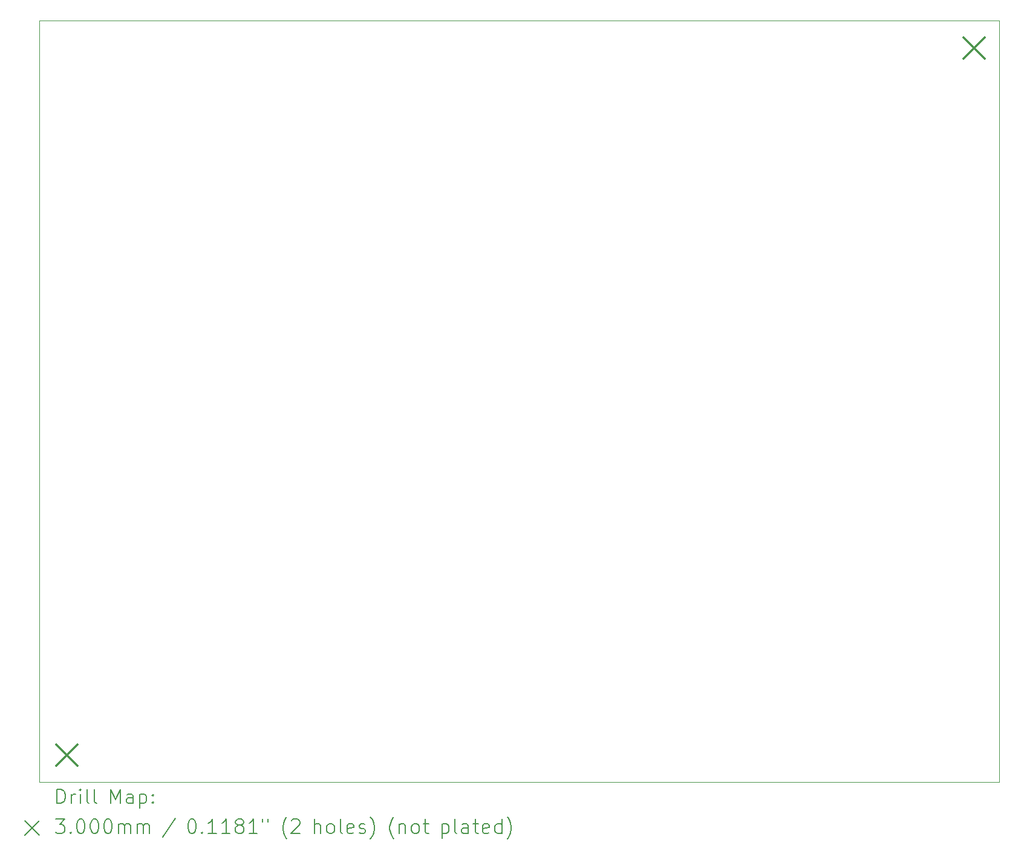
<source format=gbr>
%TF.GenerationSoftware,KiCad,Pcbnew,(7.0.0)*%
%TF.CreationDate,2023-07-06T12:34:01-04:00*%
%TF.ProjectId,led-controller,6c65642d-636f-46e7-9472-6f6c6c65722e,rev?*%
%TF.SameCoordinates,Original*%
%TF.FileFunction,Drillmap*%
%TF.FilePolarity,Positive*%
%FSLAX45Y45*%
G04 Gerber Fmt 4.5, Leading zero omitted, Abs format (unit mm)*
G04 Created by KiCad (PCBNEW (7.0.0)) date 2023-07-06 12:34:01*
%MOMM*%
%LPD*%
G01*
G04 APERTURE LIST*
%ADD10C,0.050000*%
%ADD11C,0.200000*%
%ADD12C,0.300000*%
G04 APERTURE END LIST*
D10*
X16865600Y-14732000D02*
X16865600Y-4064000D01*
X3429000Y-14732000D02*
X16865600Y-14732000D01*
X16865600Y-4064000D02*
X3429000Y-4064000D01*
X3429000Y-4064000D02*
X3429000Y-14732000D01*
D11*
D12*
X3660000Y-14201000D02*
X3960000Y-14501000D01*
X3960000Y-14201000D02*
X3660000Y-14501000D01*
X16360000Y-4295000D02*
X16660000Y-4595000D01*
X16660000Y-4295000D02*
X16360000Y-4595000D01*
D11*
X3674119Y-15027976D02*
X3674119Y-14827976D01*
X3674119Y-14827976D02*
X3721738Y-14827976D01*
X3721738Y-14827976D02*
X3750309Y-14837500D01*
X3750309Y-14837500D02*
X3769357Y-14856548D01*
X3769357Y-14856548D02*
X3778881Y-14875595D01*
X3778881Y-14875595D02*
X3788405Y-14913690D01*
X3788405Y-14913690D02*
X3788405Y-14942262D01*
X3788405Y-14942262D02*
X3778881Y-14980357D01*
X3778881Y-14980357D02*
X3769357Y-14999405D01*
X3769357Y-14999405D02*
X3750309Y-15018452D01*
X3750309Y-15018452D02*
X3721738Y-15027976D01*
X3721738Y-15027976D02*
X3674119Y-15027976D01*
X3874119Y-15027976D02*
X3874119Y-14894643D01*
X3874119Y-14932738D02*
X3883643Y-14913690D01*
X3883643Y-14913690D02*
X3893167Y-14904167D01*
X3893167Y-14904167D02*
X3912214Y-14894643D01*
X3912214Y-14894643D02*
X3931262Y-14894643D01*
X3997928Y-15027976D02*
X3997928Y-14894643D01*
X3997928Y-14827976D02*
X3988405Y-14837500D01*
X3988405Y-14837500D02*
X3997928Y-14847024D01*
X3997928Y-14847024D02*
X4007452Y-14837500D01*
X4007452Y-14837500D02*
X3997928Y-14827976D01*
X3997928Y-14827976D02*
X3997928Y-14847024D01*
X4121738Y-15027976D02*
X4102690Y-15018452D01*
X4102690Y-15018452D02*
X4093167Y-14999405D01*
X4093167Y-14999405D02*
X4093167Y-14827976D01*
X4226500Y-15027976D02*
X4207452Y-15018452D01*
X4207452Y-15018452D02*
X4197929Y-14999405D01*
X4197929Y-14999405D02*
X4197929Y-14827976D01*
X4422690Y-15027976D02*
X4422690Y-14827976D01*
X4422690Y-14827976D02*
X4489357Y-14970833D01*
X4489357Y-14970833D02*
X4556024Y-14827976D01*
X4556024Y-14827976D02*
X4556024Y-15027976D01*
X4736976Y-15027976D02*
X4736976Y-14923214D01*
X4736976Y-14923214D02*
X4727452Y-14904167D01*
X4727452Y-14904167D02*
X4708405Y-14894643D01*
X4708405Y-14894643D02*
X4670309Y-14894643D01*
X4670309Y-14894643D02*
X4651262Y-14904167D01*
X4736976Y-15018452D02*
X4717929Y-15027976D01*
X4717929Y-15027976D02*
X4670309Y-15027976D01*
X4670309Y-15027976D02*
X4651262Y-15018452D01*
X4651262Y-15018452D02*
X4641738Y-14999405D01*
X4641738Y-14999405D02*
X4641738Y-14980357D01*
X4641738Y-14980357D02*
X4651262Y-14961309D01*
X4651262Y-14961309D02*
X4670309Y-14951786D01*
X4670309Y-14951786D02*
X4717929Y-14951786D01*
X4717929Y-14951786D02*
X4736976Y-14942262D01*
X4832214Y-14894643D02*
X4832214Y-15094643D01*
X4832214Y-14904167D02*
X4851262Y-14894643D01*
X4851262Y-14894643D02*
X4889357Y-14894643D01*
X4889357Y-14894643D02*
X4908405Y-14904167D01*
X4908405Y-14904167D02*
X4917929Y-14913690D01*
X4917929Y-14913690D02*
X4927452Y-14932738D01*
X4927452Y-14932738D02*
X4927452Y-14989881D01*
X4927452Y-14989881D02*
X4917929Y-15008928D01*
X4917929Y-15008928D02*
X4908405Y-15018452D01*
X4908405Y-15018452D02*
X4889357Y-15027976D01*
X4889357Y-15027976D02*
X4851262Y-15027976D01*
X4851262Y-15027976D02*
X4832214Y-15018452D01*
X5013167Y-15008928D02*
X5022690Y-15018452D01*
X5022690Y-15018452D02*
X5013167Y-15027976D01*
X5013167Y-15027976D02*
X5003643Y-15018452D01*
X5003643Y-15018452D02*
X5013167Y-15008928D01*
X5013167Y-15008928D02*
X5013167Y-15027976D01*
X5013167Y-14904167D02*
X5022690Y-14913690D01*
X5022690Y-14913690D02*
X5013167Y-14923214D01*
X5013167Y-14923214D02*
X5003643Y-14913690D01*
X5003643Y-14913690D02*
X5013167Y-14904167D01*
X5013167Y-14904167D02*
X5013167Y-14923214D01*
X3226500Y-15274500D02*
X3426500Y-15474500D01*
X3426500Y-15274500D02*
X3226500Y-15474500D01*
X3655071Y-15247976D02*
X3778881Y-15247976D01*
X3778881Y-15247976D02*
X3712214Y-15324167D01*
X3712214Y-15324167D02*
X3740786Y-15324167D01*
X3740786Y-15324167D02*
X3759833Y-15333690D01*
X3759833Y-15333690D02*
X3769357Y-15343214D01*
X3769357Y-15343214D02*
X3778881Y-15362262D01*
X3778881Y-15362262D02*
X3778881Y-15409881D01*
X3778881Y-15409881D02*
X3769357Y-15428928D01*
X3769357Y-15428928D02*
X3759833Y-15438452D01*
X3759833Y-15438452D02*
X3740786Y-15447976D01*
X3740786Y-15447976D02*
X3683643Y-15447976D01*
X3683643Y-15447976D02*
X3664595Y-15438452D01*
X3664595Y-15438452D02*
X3655071Y-15428928D01*
X3864595Y-15428928D02*
X3874119Y-15438452D01*
X3874119Y-15438452D02*
X3864595Y-15447976D01*
X3864595Y-15447976D02*
X3855071Y-15438452D01*
X3855071Y-15438452D02*
X3864595Y-15428928D01*
X3864595Y-15428928D02*
X3864595Y-15447976D01*
X3997928Y-15247976D02*
X4016976Y-15247976D01*
X4016976Y-15247976D02*
X4036024Y-15257500D01*
X4036024Y-15257500D02*
X4045548Y-15267024D01*
X4045548Y-15267024D02*
X4055071Y-15286071D01*
X4055071Y-15286071D02*
X4064595Y-15324167D01*
X4064595Y-15324167D02*
X4064595Y-15371786D01*
X4064595Y-15371786D02*
X4055071Y-15409881D01*
X4055071Y-15409881D02*
X4045548Y-15428928D01*
X4045548Y-15428928D02*
X4036024Y-15438452D01*
X4036024Y-15438452D02*
X4016976Y-15447976D01*
X4016976Y-15447976D02*
X3997928Y-15447976D01*
X3997928Y-15447976D02*
X3978881Y-15438452D01*
X3978881Y-15438452D02*
X3969357Y-15428928D01*
X3969357Y-15428928D02*
X3959833Y-15409881D01*
X3959833Y-15409881D02*
X3950309Y-15371786D01*
X3950309Y-15371786D02*
X3950309Y-15324167D01*
X3950309Y-15324167D02*
X3959833Y-15286071D01*
X3959833Y-15286071D02*
X3969357Y-15267024D01*
X3969357Y-15267024D02*
X3978881Y-15257500D01*
X3978881Y-15257500D02*
X3997928Y-15247976D01*
X4188405Y-15247976D02*
X4207452Y-15247976D01*
X4207452Y-15247976D02*
X4226500Y-15257500D01*
X4226500Y-15257500D02*
X4236024Y-15267024D01*
X4236024Y-15267024D02*
X4245548Y-15286071D01*
X4245548Y-15286071D02*
X4255071Y-15324167D01*
X4255071Y-15324167D02*
X4255071Y-15371786D01*
X4255071Y-15371786D02*
X4245548Y-15409881D01*
X4245548Y-15409881D02*
X4236024Y-15428928D01*
X4236024Y-15428928D02*
X4226500Y-15438452D01*
X4226500Y-15438452D02*
X4207452Y-15447976D01*
X4207452Y-15447976D02*
X4188405Y-15447976D01*
X4188405Y-15447976D02*
X4169357Y-15438452D01*
X4169357Y-15438452D02*
X4159833Y-15428928D01*
X4159833Y-15428928D02*
X4150309Y-15409881D01*
X4150309Y-15409881D02*
X4140786Y-15371786D01*
X4140786Y-15371786D02*
X4140786Y-15324167D01*
X4140786Y-15324167D02*
X4150309Y-15286071D01*
X4150309Y-15286071D02*
X4159833Y-15267024D01*
X4159833Y-15267024D02*
X4169357Y-15257500D01*
X4169357Y-15257500D02*
X4188405Y-15247976D01*
X4378881Y-15247976D02*
X4397929Y-15247976D01*
X4397929Y-15247976D02*
X4416976Y-15257500D01*
X4416976Y-15257500D02*
X4426500Y-15267024D01*
X4426500Y-15267024D02*
X4436024Y-15286071D01*
X4436024Y-15286071D02*
X4445548Y-15324167D01*
X4445548Y-15324167D02*
X4445548Y-15371786D01*
X4445548Y-15371786D02*
X4436024Y-15409881D01*
X4436024Y-15409881D02*
X4426500Y-15428928D01*
X4426500Y-15428928D02*
X4416976Y-15438452D01*
X4416976Y-15438452D02*
X4397929Y-15447976D01*
X4397929Y-15447976D02*
X4378881Y-15447976D01*
X4378881Y-15447976D02*
X4359833Y-15438452D01*
X4359833Y-15438452D02*
X4350310Y-15428928D01*
X4350310Y-15428928D02*
X4340786Y-15409881D01*
X4340786Y-15409881D02*
X4331262Y-15371786D01*
X4331262Y-15371786D02*
X4331262Y-15324167D01*
X4331262Y-15324167D02*
X4340786Y-15286071D01*
X4340786Y-15286071D02*
X4350310Y-15267024D01*
X4350310Y-15267024D02*
X4359833Y-15257500D01*
X4359833Y-15257500D02*
X4378881Y-15247976D01*
X4531262Y-15447976D02*
X4531262Y-15314643D01*
X4531262Y-15333690D02*
X4540786Y-15324167D01*
X4540786Y-15324167D02*
X4559833Y-15314643D01*
X4559833Y-15314643D02*
X4588405Y-15314643D01*
X4588405Y-15314643D02*
X4607452Y-15324167D01*
X4607452Y-15324167D02*
X4616976Y-15343214D01*
X4616976Y-15343214D02*
X4616976Y-15447976D01*
X4616976Y-15343214D02*
X4626500Y-15324167D01*
X4626500Y-15324167D02*
X4645548Y-15314643D01*
X4645548Y-15314643D02*
X4674119Y-15314643D01*
X4674119Y-15314643D02*
X4693167Y-15324167D01*
X4693167Y-15324167D02*
X4702691Y-15343214D01*
X4702691Y-15343214D02*
X4702691Y-15447976D01*
X4797929Y-15447976D02*
X4797929Y-15314643D01*
X4797929Y-15333690D02*
X4807452Y-15324167D01*
X4807452Y-15324167D02*
X4826500Y-15314643D01*
X4826500Y-15314643D02*
X4855072Y-15314643D01*
X4855072Y-15314643D02*
X4874119Y-15324167D01*
X4874119Y-15324167D02*
X4883643Y-15343214D01*
X4883643Y-15343214D02*
X4883643Y-15447976D01*
X4883643Y-15343214D02*
X4893167Y-15324167D01*
X4893167Y-15324167D02*
X4912214Y-15314643D01*
X4912214Y-15314643D02*
X4940786Y-15314643D01*
X4940786Y-15314643D02*
X4959833Y-15324167D01*
X4959833Y-15324167D02*
X4969357Y-15343214D01*
X4969357Y-15343214D02*
X4969357Y-15447976D01*
X5327452Y-15238452D02*
X5156024Y-15495595D01*
X5552214Y-15247976D02*
X5571262Y-15247976D01*
X5571262Y-15247976D02*
X5590310Y-15257500D01*
X5590310Y-15257500D02*
X5599833Y-15267024D01*
X5599833Y-15267024D02*
X5609357Y-15286071D01*
X5609357Y-15286071D02*
X5618881Y-15324167D01*
X5618881Y-15324167D02*
X5618881Y-15371786D01*
X5618881Y-15371786D02*
X5609357Y-15409881D01*
X5609357Y-15409881D02*
X5599833Y-15428928D01*
X5599833Y-15428928D02*
X5590310Y-15438452D01*
X5590310Y-15438452D02*
X5571262Y-15447976D01*
X5571262Y-15447976D02*
X5552214Y-15447976D01*
X5552214Y-15447976D02*
X5533167Y-15438452D01*
X5533167Y-15438452D02*
X5523643Y-15428928D01*
X5523643Y-15428928D02*
X5514119Y-15409881D01*
X5514119Y-15409881D02*
X5504595Y-15371786D01*
X5504595Y-15371786D02*
X5504595Y-15324167D01*
X5504595Y-15324167D02*
X5514119Y-15286071D01*
X5514119Y-15286071D02*
X5523643Y-15267024D01*
X5523643Y-15267024D02*
X5533167Y-15257500D01*
X5533167Y-15257500D02*
X5552214Y-15247976D01*
X5704595Y-15428928D02*
X5714119Y-15438452D01*
X5714119Y-15438452D02*
X5704595Y-15447976D01*
X5704595Y-15447976D02*
X5695071Y-15438452D01*
X5695071Y-15438452D02*
X5704595Y-15428928D01*
X5704595Y-15428928D02*
X5704595Y-15447976D01*
X5904595Y-15447976D02*
X5790310Y-15447976D01*
X5847452Y-15447976D02*
X5847452Y-15247976D01*
X5847452Y-15247976D02*
X5828405Y-15276548D01*
X5828405Y-15276548D02*
X5809357Y-15295595D01*
X5809357Y-15295595D02*
X5790310Y-15305119D01*
X6095071Y-15447976D02*
X5980786Y-15447976D01*
X6037929Y-15447976D02*
X6037929Y-15247976D01*
X6037929Y-15247976D02*
X6018881Y-15276548D01*
X6018881Y-15276548D02*
X5999833Y-15295595D01*
X5999833Y-15295595D02*
X5980786Y-15305119D01*
X6209357Y-15333690D02*
X6190310Y-15324167D01*
X6190310Y-15324167D02*
X6180786Y-15314643D01*
X6180786Y-15314643D02*
X6171262Y-15295595D01*
X6171262Y-15295595D02*
X6171262Y-15286071D01*
X6171262Y-15286071D02*
X6180786Y-15267024D01*
X6180786Y-15267024D02*
X6190310Y-15257500D01*
X6190310Y-15257500D02*
X6209357Y-15247976D01*
X6209357Y-15247976D02*
X6247452Y-15247976D01*
X6247452Y-15247976D02*
X6266500Y-15257500D01*
X6266500Y-15257500D02*
X6276024Y-15267024D01*
X6276024Y-15267024D02*
X6285548Y-15286071D01*
X6285548Y-15286071D02*
X6285548Y-15295595D01*
X6285548Y-15295595D02*
X6276024Y-15314643D01*
X6276024Y-15314643D02*
X6266500Y-15324167D01*
X6266500Y-15324167D02*
X6247452Y-15333690D01*
X6247452Y-15333690D02*
X6209357Y-15333690D01*
X6209357Y-15333690D02*
X6190310Y-15343214D01*
X6190310Y-15343214D02*
X6180786Y-15352738D01*
X6180786Y-15352738D02*
X6171262Y-15371786D01*
X6171262Y-15371786D02*
X6171262Y-15409881D01*
X6171262Y-15409881D02*
X6180786Y-15428928D01*
X6180786Y-15428928D02*
X6190310Y-15438452D01*
X6190310Y-15438452D02*
X6209357Y-15447976D01*
X6209357Y-15447976D02*
X6247452Y-15447976D01*
X6247452Y-15447976D02*
X6266500Y-15438452D01*
X6266500Y-15438452D02*
X6276024Y-15428928D01*
X6276024Y-15428928D02*
X6285548Y-15409881D01*
X6285548Y-15409881D02*
X6285548Y-15371786D01*
X6285548Y-15371786D02*
X6276024Y-15352738D01*
X6276024Y-15352738D02*
X6266500Y-15343214D01*
X6266500Y-15343214D02*
X6247452Y-15333690D01*
X6476024Y-15447976D02*
X6361738Y-15447976D01*
X6418881Y-15447976D02*
X6418881Y-15247976D01*
X6418881Y-15247976D02*
X6399833Y-15276548D01*
X6399833Y-15276548D02*
X6380786Y-15295595D01*
X6380786Y-15295595D02*
X6361738Y-15305119D01*
X6552214Y-15247976D02*
X6552214Y-15286071D01*
X6628405Y-15247976D02*
X6628405Y-15286071D01*
X6891262Y-15524167D02*
X6881738Y-15514643D01*
X6881738Y-15514643D02*
X6862691Y-15486071D01*
X6862691Y-15486071D02*
X6853167Y-15467024D01*
X6853167Y-15467024D02*
X6843643Y-15438452D01*
X6843643Y-15438452D02*
X6834119Y-15390833D01*
X6834119Y-15390833D02*
X6834119Y-15352738D01*
X6834119Y-15352738D02*
X6843643Y-15305119D01*
X6843643Y-15305119D02*
X6853167Y-15276548D01*
X6853167Y-15276548D02*
X6862691Y-15257500D01*
X6862691Y-15257500D02*
X6881738Y-15228928D01*
X6881738Y-15228928D02*
X6891262Y-15219405D01*
X6957929Y-15267024D02*
X6967452Y-15257500D01*
X6967452Y-15257500D02*
X6986500Y-15247976D01*
X6986500Y-15247976D02*
X7034119Y-15247976D01*
X7034119Y-15247976D02*
X7053167Y-15257500D01*
X7053167Y-15257500D02*
X7062691Y-15267024D01*
X7062691Y-15267024D02*
X7072214Y-15286071D01*
X7072214Y-15286071D02*
X7072214Y-15305119D01*
X7072214Y-15305119D02*
X7062691Y-15333690D01*
X7062691Y-15333690D02*
X6948405Y-15447976D01*
X6948405Y-15447976D02*
X7072214Y-15447976D01*
X7277929Y-15447976D02*
X7277929Y-15247976D01*
X7363643Y-15447976D02*
X7363643Y-15343214D01*
X7363643Y-15343214D02*
X7354119Y-15324167D01*
X7354119Y-15324167D02*
X7335072Y-15314643D01*
X7335072Y-15314643D02*
X7306500Y-15314643D01*
X7306500Y-15314643D02*
X7287452Y-15324167D01*
X7287452Y-15324167D02*
X7277929Y-15333690D01*
X7487452Y-15447976D02*
X7468405Y-15438452D01*
X7468405Y-15438452D02*
X7458881Y-15428928D01*
X7458881Y-15428928D02*
X7449357Y-15409881D01*
X7449357Y-15409881D02*
X7449357Y-15352738D01*
X7449357Y-15352738D02*
X7458881Y-15333690D01*
X7458881Y-15333690D02*
X7468405Y-15324167D01*
X7468405Y-15324167D02*
X7487452Y-15314643D01*
X7487452Y-15314643D02*
X7516024Y-15314643D01*
X7516024Y-15314643D02*
X7535072Y-15324167D01*
X7535072Y-15324167D02*
X7544595Y-15333690D01*
X7544595Y-15333690D02*
X7554119Y-15352738D01*
X7554119Y-15352738D02*
X7554119Y-15409881D01*
X7554119Y-15409881D02*
X7544595Y-15428928D01*
X7544595Y-15428928D02*
X7535072Y-15438452D01*
X7535072Y-15438452D02*
X7516024Y-15447976D01*
X7516024Y-15447976D02*
X7487452Y-15447976D01*
X7668405Y-15447976D02*
X7649357Y-15438452D01*
X7649357Y-15438452D02*
X7639833Y-15419405D01*
X7639833Y-15419405D02*
X7639833Y-15247976D01*
X7820786Y-15438452D02*
X7801738Y-15447976D01*
X7801738Y-15447976D02*
X7763643Y-15447976D01*
X7763643Y-15447976D02*
X7744595Y-15438452D01*
X7744595Y-15438452D02*
X7735072Y-15419405D01*
X7735072Y-15419405D02*
X7735072Y-15343214D01*
X7735072Y-15343214D02*
X7744595Y-15324167D01*
X7744595Y-15324167D02*
X7763643Y-15314643D01*
X7763643Y-15314643D02*
X7801738Y-15314643D01*
X7801738Y-15314643D02*
X7820786Y-15324167D01*
X7820786Y-15324167D02*
X7830310Y-15343214D01*
X7830310Y-15343214D02*
X7830310Y-15362262D01*
X7830310Y-15362262D02*
X7735072Y-15381309D01*
X7906500Y-15438452D02*
X7925548Y-15447976D01*
X7925548Y-15447976D02*
X7963643Y-15447976D01*
X7963643Y-15447976D02*
X7982691Y-15438452D01*
X7982691Y-15438452D02*
X7992214Y-15419405D01*
X7992214Y-15419405D02*
X7992214Y-15409881D01*
X7992214Y-15409881D02*
X7982691Y-15390833D01*
X7982691Y-15390833D02*
X7963643Y-15381309D01*
X7963643Y-15381309D02*
X7935072Y-15381309D01*
X7935072Y-15381309D02*
X7916024Y-15371786D01*
X7916024Y-15371786D02*
X7906500Y-15352738D01*
X7906500Y-15352738D02*
X7906500Y-15343214D01*
X7906500Y-15343214D02*
X7916024Y-15324167D01*
X7916024Y-15324167D02*
X7935072Y-15314643D01*
X7935072Y-15314643D02*
X7963643Y-15314643D01*
X7963643Y-15314643D02*
X7982691Y-15324167D01*
X8058881Y-15524167D02*
X8068405Y-15514643D01*
X8068405Y-15514643D02*
X8087453Y-15486071D01*
X8087453Y-15486071D02*
X8096976Y-15467024D01*
X8096976Y-15467024D02*
X8106500Y-15438452D01*
X8106500Y-15438452D02*
X8116024Y-15390833D01*
X8116024Y-15390833D02*
X8116024Y-15352738D01*
X8116024Y-15352738D02*
X8106500Y-15305119D01*
X8106500Y-15305119D02*
X8096976Y-15276548D01*
X8096976Y-15276548D02*
X8087453Y-15257500D01*
X8087453Y-15257500D02*
X8068405Y-15228928D01*
X8068405Y-15228928D02*
X8058881Y-15219405D01*
X8388405Y-15524167D02*
X8378881Y-15514643D01*
X8378881Y-15514643D02*
X8359833Y-15486071D01*
X8359833Y-15486071D02*
X8350310Y-15467024D01*
X8350310Y-15467024D02*
X8340786Y-15438452D01*
X8340786Y-15438452D02*
X8331262Y-15390833D01*
X8331262Y-15390833D02*
X8331262Y-15352738D01*
X8331262Y-15352738D02*
X8340786Y-15305119D01*
X8340786Y-15305119D02*
X8350310Y-15276548D01*
X8350310Y-15276548D02*
X8359833Y-15257500D01*
X8359833Y-15257500D02*
X8378881Y-15228928D01*
X8378881Y-15228928D02*
X8388405Y-15219405D01*
X8464595Y-15314643D02*
X8464595Y-15447976D01*
X8464595Y-15333690D02*
X8474119Y-15324167D01*
X8474119Y-15324167D02*
X8493167Y-15314643D01*
X8493167Y-15314643D02*
X8521738Y-15314643D01*
X8521738Y-15314643D02*
X8540786Y-15324167D01*
X8540786Y-15324167D02*
X8550310Y-15343214D01*
X8550310Y-15343214D02*
X8550310Y-15447976D01*
X8674119Y-15447976D02*
X8655072Y-15438452D01*
X8655072Y-15438452D02*
X8645548Y-15428928D01*
X8645548Y-15428928D02*
X8636024Y-15409881D01*
X8636024Y-15409881D02*
X8636024Y-15352738D01*
X8636024Y-15352738D02*
X8645548Y-15333690D01*
X8645548Y-15333690D02*
X8655072Y-15324167D01*
X8655072Y-15324167D02*
X8674119Y-15314643D01*
X8674119Y-15314643D02*
X8702691Y-15314643D01*
X8702691Y-15314643D02*
X8721738Y-15324167D01*
X8721738Y-15324167D02*
X8731262Y-15333690D01*
X8731262Y-15333690D02*
X8740786Y-15352738D01*
X8740786Y-15352738D02*
X8740786Y-15409881D01*
X8740786Y-15409881D02*
X8731262Y-15428928D01*
X8731262Y-15428928D02*
X8721738Y-15438452D01*
X8721738Y-15438452D02*
X8702691Y-15447976D01*
X8702691Y-15447976D02*
X8674119Y-15447976D01*
X8797929Y-15314643D02*
X8874119Y-15314643D01*
X8826500Y-15247976D02*
X8826500Y-15419405D01*
X8826500Y-15419405D02*
X8836024Y-15438452D01*
X8836024Y-15438452D02*
X8855072Y-15447976D01*
X8855072Y-15447976D02*
X8874119Y-15447976D01*
X9060786Y-15314643D02*
X9060786Y-15514643D01*
X9060786Y-15324167D02*
X9079834Y-15314643D01*
X9079834Y-15314643D02*
X9117929Y-15314643D01*
X9117929Y-15314643D02*
X9136976Y-15324167D01*
X9136976Y-15324167D02*
X9146500Y-15333690D01*
X9146500Y-15333690D02*
X9156024Y-15352738D01*
X9156024Y-15352738D02*
X9156024Y-15409881D01*
X9156024Y-15409881D02*
X9146500Y-15428928D01*
X9146500Y-15428928D02*
X9136976Y-15438452D01*
X9136976Y-15438452D02*
X9117929Y-15447976D01*
X9117929Y-15447976D02*
X9079834Y-15447976D01*
X9079834Y-15447976D02*
X9060786Y-15438452D01*
X9270310Y-15447976D02*
X9251262Y-15438452D01*
X9251262Y-15438452D02*
X9241738Y-15419405D01*
X9241738Y-15419405D02*
X9241738Y-15247976D01*
X9432215Y-15447976D02*
X9432215Y-15343214D01*
X9432215Y-15343214D02*
X9422691Y-15324167D01*
X9422691Y-15324167D02*
X9403643Y-15314643D01*
X9403643Y-15314643D02*
X9365548Y-15314643D01*
X9365548Y-15314643D02*
X9346500Y-15324167D01*
X9432215Y-15438452D02*
X9413167Y-15447976D01*
X9413167Y-15447976D02*
X9365548Y-15447976D01*
X9365548Y-15447976D02*
X9346500Y-15438452D01*
X9346500Y-15438452D02*
X9336976Y-15419405D01*
X9336976Y-15419405D02*
X9336976Y-15400357D01*
X9336976Y-15400357D02*
X9346500Y-15381309D01*
X9346500Y-15381309D02*
X9365548Y-15371786D01*
X9365548Y-15371786D02*
X9413167Y-15371786D01*
X9413167Y-15371786D02*
X9432215Y-15362262D01*
X9498881Y-15314643D02*
X9575072Y-15314643D01*
X9527453Y-15247976D02*
X9527453Y-15419405D01*
X9527453Y-15419405D02*
X9536976Y-15438452D01*
X9536976Y-15438452D02*
X9556024Y-15447976D01*
X9556024Y-15447976D02*
X9575072Y-15447976D01*
X9717929Y-15438452D02*
X9698881Y-15447976D01*
X9698881Y-15447976D02*
X9660786Y-15447976D01*
X9660786Y-15447976D02*
X9641738Y-15438452D01*
X9641738Y-15438452D02*
X9632215Y-15419405D01*
X9632215Y-15419405D02*
X9632215Y-15343214D01*
X9632215Y-15343214D02*
X9641738Y-15324167D01*
X9641738Y-15324167D02*
X9660786Y-15314643D01*
X9660786Y-15314643D02*
X9698881Y-15314643D01*
X9698881Y-15314643D02*
X9717929Y-15324167D01*
X9717929Y-15324167D02*
X9727453Y-15343214D01*
X9727453Y-15343214D02*
X9727453Y-15362262D01*
X9727453Y-15362262D02*
X9632215Y-15381309D01*
X9898881Y-15447976D02*
X9898881Y-15247976D01*
X9898881Y-15438452D02*
X9879834Y-15447976D01*
X9879834Y-15447976D02*
X9841738Y-15447976D01*
X9841738Y-15447976D02*
X9822691Y-15438452D01*
X9822691Y-15438452D02*
X9813167Y-15428928D01*
X9813167Y-15428928D02*
X9803643Y-15409881D01*
X9803643Y-15409881D02*
X9803643Y-15352738D01*
X9803643Y-15352738D02*
X9813167Y-15333690D01*
X9813167Y-15333690D02*
X9822691Y-15324167D01*
X9822691Y-15324167D02*
X9841738Y-15314643D01*
X9841738Y-15314643D02*
X9879834Y-15314643D01*
X9879834Y-15314643D02*
X9898881Y-15324167D01*
X9975072Y-15524167D02*
X9984596Y-15514643D01*
X9984596Y-15514643D02*
X10003643Y-15486071D01*
X10003643Y-15486071D02*
X10013167Y-15467024D01*
X10013167Y-15467024D02*
X10022691Y-15438452D01*
X10022691Y-15438452D02*
X10032215Y-15390833D01*
X10032215Y-15390833D02*
X10032215Y-15352738D01*
X10032215Y-15352738D02*
X10022691Y-15305119D01*
X10022691Y-15305119D02*
X10013167Y-15276548D01*
X10013167Y-15276548D02*
X10003643Y-15257500D01*
X10003643Y-15257500D02*
X9984596Y-15228928D01*
X9984596Y-15228928D02*
X9975072Y-15219405D01*
M02*

</source>
